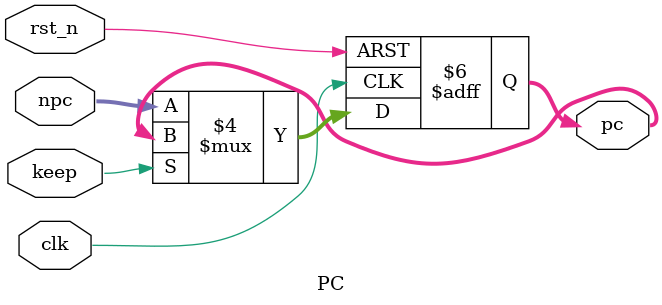
<source format=v>
module PC (
    input  wire        clk  ,
    input  wire        rst_n,
    input  wire        keep ,
    input  wire [31:0] npc  ,

    output reg  [31:0] pc
);

always @ (posedge clk or negedge rst_n) begin
    if (~rst_n)    pc <= -4; // 初始给 -4, 避免覆盖
    else if (keep) pc <= pc;
    else           pc <= npc;
end

endmodule

</source>
